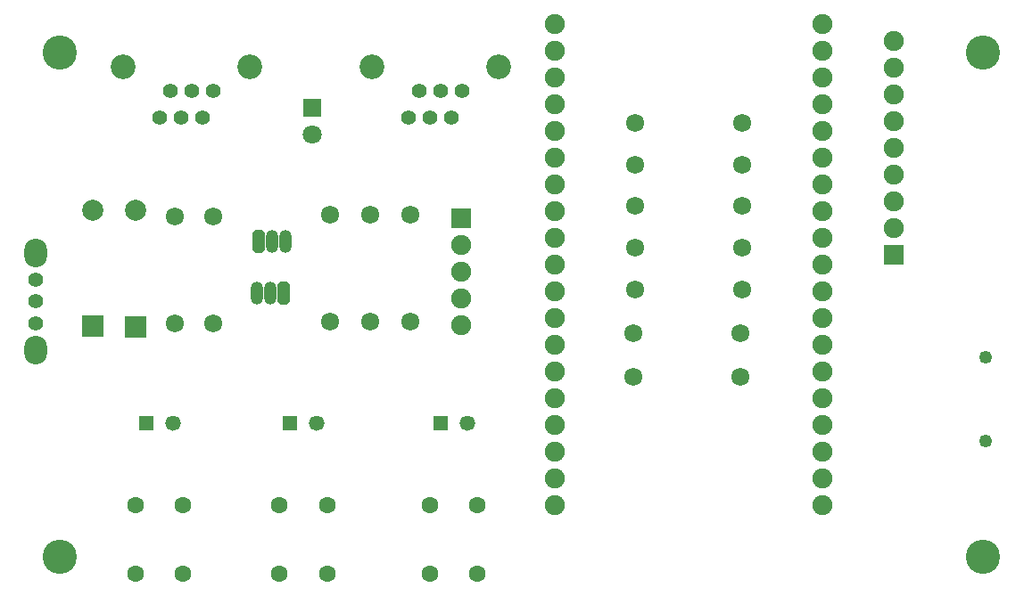
<source format=gbr>
G04 DipTrace 3.3.1.3*
G04 BottomMask.gbr*
%MOMM*%
G04 #@! TF.FileFunction,Soldermask,Bot*
G04 #@! TF.Part,Single*
%AMOUTLINE1*
4,1,8,
0.6,0.79142,
0.29142,1.1,
-0.29142,1.1,
-0.6,0.79142,
-0.6,-0.79142,
-0.29142,-1.1,
0.29142,-1.1,
0.6,-0.79142,
0.6,0.79142,
0*%
%AMOUTLINE4*
4,1,8,
-0.6,-0.79142,
-0.29142,-1.1,
0.29142,-1.1,
0.6,-0.79142,
0.6,0.79142,
0.29142,1.1,
-0.29142,1.1,
-0.6,0.79142,
-0.6,-0.79142,
0*%
%ADD21R,1.8X1.8*%
%ADD34C,1.4*%
%ADD43C,3.25*%
%ADD44C,2.35*%
%ADD45C,1.25*%
%ADD59C,1.6*%
%ADD60O,2.2X2.7*%
%ADD62C,1.724*%
%ADD64C,1.724*%
%ADD66O,1.2X2.2*%
%ADD75C,1.9*%
%ADD77R,1.9X1.9*%
%ADD79C,2.0*%
%ADD80R,2.0X2.0*%
%ADD81R,1.47X1.47*%
%ADD83C,1.47*%
%ADD85C,1.8*%
%ADD95OUTLINE1*%
%ADD98OUTLINE4*%
%FSLAX35Y35*%
G04*
G71*
G90*
G75*
G01*
G04 BotMask*
%LPD*%
D21*
X3825963Y5651590D3*
D85*
Y5397590D3*
D83*
X2505563Y2649713D3*
D81*
X2251563D3*
D83*
X3870863D3*
D81*
X3616863D3*
D83*
X5299540D3*
D81*
X5045540D3*
D80*
X1749583Y3571963D3*
D79*
Y4676963D3*
D80*
X2149377Y3568583D3*
D79*
Y4673583D3*
D43*
X10191813Y1381213D3*
X1428813Y6175413D3*
Y1381213D3*
X10191813Y6175513D3*
D77*
X5238840Y4603837D3*
D75*
Y4349837D3*
Y4095837D3*
Y3841837D3*
Y3587837D3*
D34*
X5254713Y5810337D3*
X5152713Y5556337D3*
X5050713Y5810337D3*
X4948713Y5556337D3*
X4846713Y5810337D3*
X4744713Y5556337D3*
D44*
X5599713Y6040337D3*
X4399713D3*
D34*
X2889337Y5810337D3*
X2787337Y5556337D3*
X2685337Y5810337D3*
X2583337Y5556337D3*
X2481337Y5810337D3*
X2379337Y5556337D3*
D44*
X3234337Y6040337D3*
X2034337D3*
D45*
X10222763Y2483537D3*
Y3282237D3*
D95*
X3556090Y3889463D3*
D66*
X3429090D3*
X3302090D3*
D98*
X3317963Y4381587D3*
D66*
X3444963D3*
X3571963D3*
D64*
X7889963Y3508460D3*
D62*
X6873963D3*
D64*
X6889837Y5111837D3*
D62*
X7905837D3*
D64*
X7889963Y3095713D3*
D62*
X6873963D3*
D64*
X7905837Y5508717D3*
D62*
X6889837D3*
D64*
Y4318087D3*
D62*
X7905837D3*
D64*
X6889837Y4714960D3*
D62*
X7905837D3*
D64*
Y3921213D3*
D62*
X6889837D3*
D64*
X2889340Y3603713D3*
D62*
Y4619713D3*
D64*
X2524213D3*
D62*
Y3603713D3*
D77*
X9350460Y4254583D3*
D75*
Y4508583D3*
Y4762583D3*
Y5016583D3*
Y5270583D3*
Y5524583D3*
Y5778583D3*
Y6032583D3*
Y6286583D3*
D64*
X4000590Y3619587D3*
D62*
Y4635587D3*
D64*
X4381590Y3619587D3*
D62*
Y4635587D3*
D64*
X4762590D3*
D62*
Y3619587D3*
D60*
X1206590Y3349710D3*
D34*
Y3603733D3*
Y3810083D3*
Y4016460D3*
D60*
Y4270483D3*
D59*
X2603563Y1224717D3*
Y1874717D3*
X2153563D3*
Y1224717D3*
X3968863D3*
Y1874717D3*
X3518863D3*
Y1224717D3*
X5397540D3*
Y1874717D3*
X4947540D3*
Y1224717D3*
D75*
X6127837Y6445340D3*
Y6191340D3*
Y5937340D3*
Y5683340D3*
Y5429340D3*
Y5175340D3*
Y4921340D3*
Y4667340D3*
Y4413340D3*
Y4159340D3*
Y3905340D3*
Y3651340D3*
Y3397340D3*
Y3143340D3*
Y2889340D3*
Y2635340D3*
Y2381340D3*
Y2127340D3*
Y1873340D3*
X8667837D3*
Y2127340D3*
Y2381340D3*
Y2635340D3*
Y2889340D3*
Y3143340D3*
Y3397340D3*
Y3651340D3*
Y3905340D3*
Y4159340D3*
Y4413340D3*
Y4667340D3*
Y4921340D3*
Y5175340D3*
Y5429340D3*
Y5683340D3*
Y5937340D3*
Y6191340D3*
Y6445340D3*
M02*

</source>
